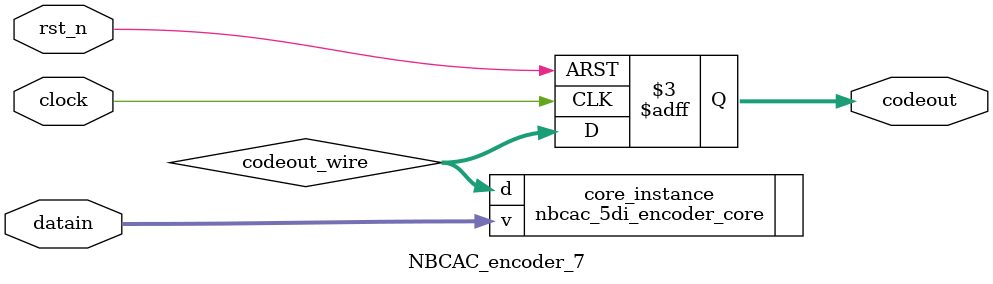
<source format=v>
module NBCAC_encoder_7(
    input wire clock,
    input wire rst_n,
    input wire [4:0] datain,
    output reg [7:1] codeout
);

    wire [7:1] codeout_wire;

    nbcac_5di_encoder_core core_instance(
        .v(datain),
        .d(codeout_wire)
    );

    //sync
    always @(posedge clock or negedge rst_n) begin
        if (~rst_n) begin
            codeout <= 0;
        end
        else begin
            codeout <= codeout_wire;
        end
    end

endmodule
</source>
